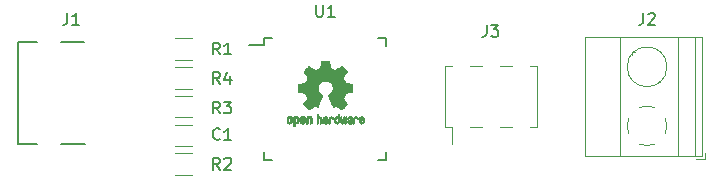
<source format=gto>
%TF.GenerationSoftware,KiCad,Pcbnew,5.1.9*%
%TF.CreationDate,2021-04-29T00:15:12+02:00*%
%TF.ProjectId,headphoneswitch,68656164-7068-46f6-9e65-737769746368,rev?*%
%TF.SameCoordinates,Original*%
%TF.FileFunction,Legend,Top*%
%TF.FilePolarity,Positive*%
%FSLAX46Y46*%
G04 Gerber Fmt 4.6, Leading zero omitted, Abs format (unit mm)*
G04 Created by KiCad (PCBNEW 5.1.9) date 2021-04-29 00:15:12*
%MOMM*%
%LPD*%
G01*
G04 APERTURE LIST*
%ADD10C,0.010000*%
%ADD11C,0.150000*%
%ADD12C,0.120000*%
G04 APERTURE END LIST*
D10*
%TO.C,REF\u002A\u002A*%
G36*
X132349744Y-63169918D02*
G01*
X132405201Y-63197568D01*
X132454148Y-63248480D01*
X132467629Y-63267338D01*
X132482314Y-63292015D01*
X132491842Y-63318816D01*
X132497293Y-63354587D01*
X132499747Y-63406169D01*
X132500286Y-63474267D01*
X132497852Y-63567588D01*
X132489394Y-63637657D01*
X132473174Y-63689931D01*
X132447454Y-63729869D01*
X132410497Y-63762929D01*
X132407782Y-63764886D01*
X132371360Y-63784908D01*
X132327502Y-63794815D01*
X132271724Y-63797257D01*
X132181048Y-63797257D01*
X132181010Y-63885283D01*
X132180166Y-63934308D01*
X132175024Y-63963065D01*
X132161587Y-63980311D01*
X132135858Y-63994808D01*
X132129679Y-63997769D01*
X132100764Y-64011648D01*
X132078376Y-64020414D01*
X132061729Y-64021171D01*
X132050036Y-64011023D01*
X132042510Y-63987073D01*
X132038366Y-63946426D01*
X132036815Y-63886186D01*
X132037071Y-63803455D01*
X132038349Y-63695339D01*
X132038748Y-63663000D01*
X132040185Y-63551524D01*
X132041472Y-63478603D01*
X132180971Y-63478603D01*
X132181755Y-63540499D01*
X132185240Y-63580997D01*
X132193124Y-63607708D01*
X132207105Y-63628244D01*
X132216597Y-63638260D01*
X132255404Y-63667567D01*
X132289763Y-63669952D01*
X132325216Y-63645750D01*
X132326114Y-63644857D01*
X132340539Y-63626153D01*
X132349313Y-63600732D01*
X132353739Y-63561584D01*
X132355118Y-63501697D01*
X132355143Y-63488430D01*
X132351812Y-63405901D01*
X132340969Y-63348691D01*
X132321340Y-63313766D01*
X132291650Y-63298094D01*
X132274491Y-63296514D01*
X132233766Y-63303926D01*
X132205832Y-63328330D01*
X132189017Y-63372980D01*
X132181650Y-63441130D01*
X132180971Y-63478603D01*
X132041472Y-63478603D01*
X132041708Y-63465245D01*
X132043677Y-63400333D01*
X132046450Y-63352958D01*
X132050388Y-63319290D01*
X132055849Y-63295498D01*
X132063192Y-63277753D01*
X132072777Y-63262224D01*
X132076887Y-63256381D01*
X132131405Y-63201185D01*
X132200336Y-63169890D01*
X132280072Y-63161165D01*
X132349744Y-63169918D01*
G37*
X132349744Y-63169918D02*
X132405201Y-63197568D01*
X132454148Y-63248480D01*
X132467629Y-63267338D01*
X132482314Y-63292015D01*
X132491842Y-63318816D01*
X132497293Y-63354587D01*
X132499747Y-63406169D01*
X132500286Y-63474267D01*
X132497852Y-63567588D01*
X132489394Y-63637657D01*
X132473174Y-63689931D01*
X132447454Y-63729869D01*
X132410497Y-63762929D01*
X132407782Y-63764886D01*
X132371360Y-63784908D01*
X132327502Y-63794815D01*
X132271724Y-63797257D01*
X132181048Y-63797257D01*
X132181010Y-63885283D01*
X132180166Y-63934308D01*
X132175024Y-63963065D01*
X132161587Y-63980311D01*
X132135858Y-63994808D01*
X132129679Y-63997769D01*
X132100764Y-64011648D01*
X132078376Y-64020414D01*
X132061729Y-64021171D01*
X132050036Y-64011023D01*
X132042510Y-63987073D01*
X132038366Y-63946426D01*
X132036815Y-63886186D01*
X132037071Y-63803455D01*
X132038349Y-63695339D01*
X132038748Y-63663000D01*
X132040185Y-63551524D01*
X132041472Y-63478603D01*
X132180971Y-63478603D01*
X132181755Y-63540499D01*
X132185240Y-63580997D01*
X132193124Y-63607708D01*
X132207105Y-63628244D01*
X132216597Y-63638260D01*
X132255404Y-63667567D01*
X132289763Y-63669952D01*
X132325216Y-63645750D01*
X132326114Y-63644857D01*
X132340539Y-63626153D01*
X132349313Y-63600732D01*
X132353739Y-63561584D01*
X132355118Y-63501697D01*
X132355143Y-63488430D01*
X132351812Y-63405901D01*
X132340969Y-63348691D01*
X132321340Y-63313766D01*
X132291650Y-63298094D01*
X132274491Y-63296514D01*
X132233766Y-63303926D01*
X132205832Y-63328330D01*
X132189017Y-63372980D01*
X132181650Y-63441130D01*
X132180971Y-63478603D01*
X132041472Y-63478603D01*
X132041708Y-63465245D01*
X132043677Y-63400333D01*
X132046450Y-63352958D01*
X132050388Y-63319290D01*
X132055849Y-63295498D01*
X132063192Y-63277753D01*
X132072777Y-63262224D01*
X132076887Y-63256381D01*
X132131405Y-63201185D01*
X132200336Y-63169890D01*
X132280072Y-63161165D01*
X132349744Y-63169918D01*
G36*
X133466093Y-63177780D02*
G01*
X133512672Y-63204723D01*
X133545057Y-63231466D01*
X133568742Y-63259484D01*
X133585059Y-63293748D01*
X133595339Y-63339227D01*
X133600914Y-63400892D01*
X133603116Y-63483711D01*
X133603371Y-63543246D01*
X133603371Y-63762391D01*
X133541686Y-63790044D01*
X133480000Y-63817697D01*
X133472743Y-63577670D01*
X133469744Y-63488028D01*
X133466598Y-63422962D01*
X133462701Y-63378026D01*
X133457447Y-63348770D01*
X133450231Y-63330748D01*
X133440450Y-63319511D01*
X133437312Y-63317079D01*
X133389761Y-63298083D01*
X133341697Y-63305600D01*
X133313086Y-63325543D01*
X133301447Y-63339675D01*
X133293391Y-63358220D01*
X133288271Y-63386334D01*
X133285441Y-63429173D01*
X133284256Y-63491895D01*
X133284057Y-63557261D01*
X133284018Y-63639268D01*
X133282614Y-63697316D01*
X133277914Y-63736465D01*
X133267987Y-63761780D01*
X133250903Y-63778323D01*
X133224732Y-63791156D01*
X133189775Y-63804491D01*
X133151596Y-63819007D01*
X133156141Y-63561389D01*
X133157971Y-63468519D01*
X133160112Y-63399889D01*
X133163181Y-63350711D01*
X133167794Y-63316198D01*
X133174568Y-63291562D01*
X133184119Y-63272016D01*
X133195634Y-63254770D01*
X133251190Y-63199680D01*
X133318980Y-63167822D01*
X133392713Y-63160191D01*
X133466093Y-63177780D01*
G37*
X133466093Y-63177780D02*
X133512672Y-63204723D01*
X133545057Y-63231466D01*
X133568742Y-63259484D01*
X133585059Y-63293748D01*
X133595339Y-63339227D01*
X133600914Y-63400892D01*
X133603116Y-63483711D01*
X133603371Y-63543246D01*
X133603371Y-63762391D01*
X133541686Y-63790044D01*
X133480000Y-63817697D01*
X133472743Y-63577670D01*
X133469744Y-63488028D01*
X133466598Y-63422962D01*
X133462701Y-63378026D01*
X133457447Y-63348770D01*
X133450231Y-63330748D01*
X133440450Y-63319511D01*
X133437312Y-63317079D01*
X133389761Y-63298083D01*
X133341697Y-63305600D01*
X133313086Y-63325543D01*
X133301447Y-63339675D01*
X133293391Y-63358220D01*
X133288271Y-63386334D01*
X133285441Y-63429173D01*
X133284256Y-63491895D01*
X133284057Y-63557261D01*
X133284018Y-63639268D01*
X133282614Y-63697316D01*
X133277914Y-63736465D01*
X133267987Y-63761780D01*
X133250903Y-63778323D01*
X133224732Y-63791156D01*
X133189775Y-63804491D01*
X133151596Y-63819007D01*
X133156141Y-63561389D01*
X133157971Y-63468519D01*
X133160112Y-63399889D01*
X133163181Y-63350711D01*
X133167794Y-63316198D01*
X133174568Y-63291562D01*
X133184119Y-63272016D01*
X133195634Y-63254770D01*
X133251190Y-63199680D01*
X133318980Y-63167822D01*
X133392713Y-63160191D01*
X133466093Y-63177780D01*
G36*
X131791115Y-63171962D02*
G01*
X131859145Y-63207733D01*
X131909351Y-63265301D01*
X131927185Y-63302312D01*
X131941063Y-63357882D01*
X131948167Y-63428096D01*
X131948840Y-63504727D01*
X131943427Y-63579552D01*
X131932270Y-63644342D01*
X131915714Y-63690873D01*
X131910626Y-63698887D01*
X131850355Y-63758707D01*
X131778769Y-63794535D01*
X131701092Y-63805020D01*
X131622548Y-63788810D01*
X131600689Y-63779092D01*
X131558122Y-63749143D01*
X131520763Y-63709433D01*
X131517232Y-63704397D01*
X131502881Y-63680124D01*
X131493394Y-63654178D01*
X131487790Y-63620022D01*
X131485086Y-63571119D01*
X131484299Y-63500935D01*
X131484286Y-63485200D01*
X131484322Y-63480192D01*
X131629429Y-63480192D01*
X131630273Y-63546430D01*
X131633596Y-63590386D01*
X131640583Y-63618779D01*
X131652416Y-63638325D01*
X131658457Y-63644857D01*
X131693186Y-63669680D01*
X131726903Y-63668548D01*
X131760995Y-63647016D01*
X131781329Y-63624029D01*
X131793371Y-63590478D01*
X131800134Y-63537569D01*
X131800598Y-63531399D01*
X131801752Y-63435513D01*
X131789688Y-63364299D01*
X131764570Y-63318194D01*
X131726560Y-63297635D01*
X131712992Y-63296514D01*
X131677364Y-63302152D01*
X131652994Y-63321686D01*
X131638093Y-63359042D01*
X131630875Y-63418150D01*
X131629429Y-63480192D01*
X131484322Y-63480192D01*
X131484826Y-63410413D01*
X131487096Y-63358159D01*
X131492068Y-63321949D01*
X131500713Y-63295299D01*
X131514005Y-63271722D01*
X131516943Y-63267338D01*
X131566313Y-63208249D01*
X131620109Y-63173947D01*
X131685602Y-63160331D01*
X131707842Y-63159665D01*
X131791115Y-63171962D01*
G37*
X131791115Y-63171962D02*
X131859145Y-63207733D01*
X131909351Y-63265301D01*
X131927185Y-63302312D01*
X131941063Y-63357882D01*
X131948167Y-63428096D01*
X131948840Y-63504727D01*
X131943427Y-63579552D01*
X131932270Y-63644342D01*
X131915714Y-63690873D01*
X131910626Y-63698887D01*
X131850355Y-63758707D01*
X131778769Y-63794535D01*
X131701092Y-63805020D01*
X131622548Y-63788810D01*
X131600689Y-63779092D01*
X131558122Y-63749143D01*
X131520763Y-63709433D01*
X131517232Y-63704397D01*
X131502881Y-63680124D01*
X131493394Y-63654178D01*
X131487790Y-63620022D01*
X131485086Y-63571119D01*
X131484299Y-63500935D01*
X131484286Y-63485200D01*
X131484322Y-63480192D01*
X131629429Y-63480192D01*
X131630273Y-63546430D01*
X131633596Y-63590386D01*
X131640583Y-63618779D01*
X131652416Y-63638325D01*
X131658457Y-63644857D01*
X131693186Y-63669680D01*
X131726903Y-63668548D01*
X131760995Y-63647016D01*
X131781329Y-63624029D01*
X131793371Y-63590478D01*
X131800134Y-63537569D01*
X131800598Y-63531399D01*
X131801752Y-63435513D01*
X131789688Y-63364299D01*
X131764570Y-63318194D01*
X131726560Y-63297635D01*
X131712992Y-63296514D01*
X131677364Y-63302152D01*
X131652994Y-63321686D01*
X131638093Y-63359042D01*
X131630875Y-63418150D01*
X131629429Y-63480192D01*
X131484322Y-63480192D01*
X131484826Y-63410413D01*
X131487096Y-63358159D01*
X131492068Y-63321949D01*
X131500713Y-63295299D01*
X131514005Y-63271722D01*
X131516943Y-63267338D01*
X131566313Y-63208249D01*
X131620109Y-63173947D01*
X131685602Y-63160331D01*
X131707842Y-63159665D01*
X131791115Y-63171962D01*
G36*
X132918303Y-63181239D02*
G01*
X132975527Y-63219735D01*
X133019749Y-63275335D01*
X133046167Y-63346086D01*
X133051510Y-63398162D01*
X133050903Y-63419893D01*
X133045822Y-63436531D01*
X133031855Y-63451437D01*
X133004589Y-63467973D01*
X132959612Y-63489498D01*
X132892511Y-63519374D01*
X132892171Y-63519524D01*
X132830407Y-63547813D01*
X132779759Y-63572933D01*
X132745404Y-63592179D01*
X132732518Y-63602848D01*
X132732514Y-63602934D01*
X132743872Y-63626166D01*
X132770431Y-63651774D01*
X132800923Y-63670221D01*
X132816370Y-63673886D01*
X132858515Y-63661212D01*
X132894808Y-63629471D01*
X132912517Y-63594572D01*
X132929552Y-63568845D01*
X132962922Y-63539546D01*
X133002149Y-63514235D01*
X133036756Y-63500471D01*
X133043993Y-63499714D01*
X133052139Y-63512160D01*
X133052630Y-63543972D01*
X133046643Y-63586866D01*
X133035357Y-63632558D01*
X133019950Y-63672761D01*
X133019171Y-63674322D01*
X132972804Y-63739062D01*
X132912711Y-63783097D01*
X132844465Y-63804711D01*
X132773638Y-63802185D01*
X132705804Y-63773804D01*
X132702788Y-63771808D01*
X132649427Y-63723448D01*
X132614340Y-63660352D01*
X132594922Y-63577387D01*
X132592316Y-63554078D01*
X132587701Y-63444055D01*
X132593233Y-63392748D01*
X132732514Y-63392748D01*
X132734324Y-63424753D01*
X132744222Y-63434093D01*
X132768898Y-63427105D01*
X132807795Y-63410587D01*
X132851275Y-63389881D01*
X132852356Y-63389333D01*
X132889209Y-63369949D01*
X132904000Y-63357013D01*
X132900353Y-63343451D01*
X132884995Y-63325632D01*
X132845923Y-63299845D01*
X132803846Y-63297950D01*
X132766103Y-63316717D01*
X132740034Y-63352915D01*
X132732514Y-63392748D01*
X132593233Y-63392748D01*
X132597194Y-63356027D01*
X132621550Y-63286212D01*
X132655456Y-63237302D01*
X132716653Y-63187878D01*
X132784063Y-63163359D01*
X132852880Y-63161797D01*
X132918303Y-63181239D01*
G37*
X132918303Y-63181239D02*
X132975527Y-63219735D01*
X133019749Y-63275335D01*
X133046167Y-63346086D01*
X133051510Y-63398162D01*
X133050903Y-63419893D01*
X133045822Y-63436531D01*
X133031855Y-63451437D01*
X133004589Y-63467973D01*
X132959612Y-63489498D01*
X132892511Y-63519374D01*
X132892171Y-63519524D01*
X132830407Y-63547813D01*
X132779759Y-63572933D01*
X132745404Y-63592179D01*
X132732518Y-63602848D01*
X132732514Y-63602934D01*
X132743872Y-63626166D01*
X132770431Y-63651774D01*
X132800923Y-63670221D01*
X132816370Y-63673886D01*
X132858515Y-63661212D01*
X132894808Y-63629471D01*
X132912517Y-63594572D01*
X132929552Y-63568845D01*
X132962922Y-63539546D01*
X133002149Y-63514235D01*
X133036756Y-63500471D01*
X133043993Y-63499714D01*
X133052139Y-63512160D01*
X133052630Y-63543972D01*
X133046643Y-63586866D01*
X133035357Y-63632558D01*
X133019950Y-63672761D01*
X133019171Y-63674322D01*
X132972804Y-63739062D01*
X132912711Y-63783097D01*
X132844465Y-63804711D01*
X132773638Y-63802185D01*
X132705804Y-63773804D01*
X132702788Y-63771808D01*
X132649427Y-63723448D01*
X132614340Y-63660352D01*
X132594922Y-63577387D01*
X132592316Y-63554078D01*
X132587701Y-63444055D01*
X132593233Y-63392748D01*
X132732514Y-63392748D01*
X132734324Y-63424753D01*
X132744222Y-63434093D01*
X132768898Y-63427105D01*
X132807795Y-63410587D01*
X132851275Y-63389881D01*
X132852356Y-63389333D01*
X132889209Y-63369949D01*
X132904000Y-63357013D01*
X132900353Y-63343451D01*
X132884995Y-63325632D01*
X132845923Y-63299845D01*
X132803846Y-63297950D01*
X132766103Y-63316717D01*
X132740034Y-63352915D01*
X132732514Y-63392748D01*
X132593233Y-63392748D01*
X132597194Y-63356027D01*
X132621550Y-63286212D01*
X132655456Y-63237302D01*
X132716653Y-63187878D01*
X132784063Y-63163359D01*
X132852880Y-63161797D01*
X132918303Y-63181239D01*
G36*
X134125886Y-63101289D02*
G01*
X134130139Y-63160613D01*
X134135025Y-63195572D01*
X134141795Y-63210820D01*
X134151702Y-63211015D01*
X134154914Y-63209195D01*
X134197644Y-63196015D01*
X134253227Y-63196785D01*
X134309737Y-63210333D01*
X134345082Y-63227861D01*
X134381321Y-63255861D01*
X134407813Y-63287549D01*
X134425999Y-63327813D01*
X134437322Y-63381543D01*
X134443222Y-63453626D01*
X134445143Y-63548951D01*
X134445177Y-63567237D01*
X134445200Y-63772646D01*
X134399491Y-63788580D01*
X134367027Y-63799420D01*
X134349215Y-63804468D01*
X134348691Y-63804514D01*
X134346937Y-63790828D01*
X134345444Y-63753076D01*
X134344326Y-63696224D01*
X134343697Y-63625234D01*
X134343600Y-63582073D01*
X134343398Y-63496973D01*
X134342358Y-63435981D01*
X134339831Y-63394177D01*
X134335164Y-63366642D01*
X134327707Y-63348456D01*
X134316811Y-63334698D01*
X134310007Y-63328073D01*
X134263272Y-63301375D01*
X134212272Y-63299375D01*
X134166001Y-63321955D01*
X134157444Y-63330107D01*
X134144893Y-63345436D01*
X134136188Y-63363618D01*
X134130631Y-63389909D01*
X134127526Y-63429562D01*
X134126176Y-63487832D01*
X134125886Y-63568173D01*
X134125886Y-63772646D01*
X134080177Y-63788580D01*
X134047713Y-63799420D01*
X134029901Y-63804468D01*
X134029377Y-63804514D01*
X134028037Y-63790623D01*
X134026828Y-63751439D01*
X134025801Y-63690700D01*
X134025002Y-63612141D01*
X134024481Y-63519498D01*
X134024286Y-63416509D01*
X134024286Y-63019342D01*
X134071457Y-62999444D01*
X134118629Y-62979547D01*
X134125886Y-63101289D01*
G37*
X134125886Y-63101289D02*
X134130139Y-63160613D01*
X134135025Y-63195572D01*
X134141795Y-63210820D01*
X134151702Y-63211015D01*
X134154914Y-63209195D01*
X134197644Y-63196015D01*
X134253227Y-63196785D01*
X134309737Y-63210333D01*
X134345082Y-63227861D01*
X134381321Y-63255861D01*
X134407813Y-63287549D01*
X134425999Y-63327813D01*
X134437322Y-63381543D01*
X134443222Y-63453626D01*
X134445143Y-63548951D01*
X134445177Y-63567237D01*
X134445200Y-63772646D01*
X134399491Y-63788580D01*
X134367027Y-63799420D01*
X134349215Y-63804468D01*
X134348691Y-63804514D01*
X134346937Y-63790828D01*
X134345444Y-63753076D01*
X134344326Y-63696224D01*
X134343697Y-63625234D01*
X134343600Y-63582073D01*
X134343398Y-63496973D01*
X134342358Y-63435981D01*
X134339831Y-63394177D01*
X134335164Y-63366642D01*
X134327707Y-63348456D01*
X134316811Y-63334698D01*
X134310007Y-63328073D01*
X134263272Y-63301375D01*
X134212272Y-63299375D01*
X134166001Y-63321955D01*
X134157444Y-63330107D01*
X134144893Y-63345436D01*
X134136188Y-63363618D01*
X134130631Y-63389909D01*
X134127526Y-63429562D01*
X134126176Y-63487832D01*
X134125886Y-63568173D01*
X134125886Y-63772646D01*
X134080177Y-63788580D01*
X134047713Y-63799420D01*
X134029901Y-63804468D01*
X134029377Y-63804514D01*
X134028037Y-63790623D01*
X134026828Y-63751439D01*
X134025801Y-63690700D01*
X134025002Y-63612141D01*
X134024481Y-63519498D01*
X134024286Y-63416509D01*
X134024286Y-63019342D01*
X134071457Y-62999444D01*
X134118629Y-62979547D01*
X134125886Y-63101289D01*
G36*
X134789744Y-63200968D02*
G01*
X134846616Y-63222087D01*
X134847267Y-63222493D01*
X134882440Y-63248380D01*
X134908407Y-63278633D01*
X134926670Y-63318058D01*
X134938732Y-63371462D01*
X134946096Y-63443651D01*
X134950264Y-63539432D01*
X134950629Y-63553078D01*
X134955876Y-63758842D01*
X134911716Y-63781678D01*
X134879763Y-63797110D01*
X134860470Y-63804423D01*
X134859578Y-63804514D01*
X134856239Y-63791022D01*
X134853587Y-63754626D01*
X134851956Y-63701452D01*
X134851600Y-63658393D01*
X134851592Y-63588641D01*
X134848403Y-63544837D01*
X134837288Y-63523944D01*
X134813501Y-63522925D01*
X134772296Y-63538741D01*
X134710086Y-63567815D01*
X134664341Y-63591963D01*
X134640813Y-63612913D01*
X134633896Y-63635747D01*
X134633886Y-63636877D01*
X134645299Y-63676212D01*
X134679092Y-63697462D01*
X134730809Y-63700539D01*
X134768061Y-63700006D01*
X134787703Y-63710735D01*
X134799952Y-63736505D01*
X134807002Y-63769337D01*
X134796842Y-63787966D01*
X134793017Y-63790632D01*
X134757001Y-63801340D01*
X134706566Y-63802856D01*
X134654626Y-63795759D01*
X134617822Y-63782788D01*
X134566938Y-63739585D01*
X134538014Y-63679446D01*
X134532286Y-63632462D01*
X134536657Y-63590082D01*
X134552475Y-63555488D01*
X134583797Y-63524763D01*
X134634678Y-63493990D01*
X134709176Y-63459252D01*
X134713714Y-63457288D01*
X134780821Y-63426287D01*
X134822232Y-63400862D01*
X134839981Y-63378014D01*
X134836107Y-63354745D01*
X134812643Y-63328056D01*
X134805627Y-63321914D01*
X134758630Y-63298100D01*
X134709933Y-63299103D01*
X134667522Y-63322451D01*
X134639384Y-63365675D01*
X134636769Y-63374160D01*
X134611308Y-63415308D01*
X134579001Y-63435128D01*
X134532286Y-63454770D01*
X134532286Y-63403950D01*
X134546496Y-63330082D01*
X134588675Y-63262327D01*
X134610624Y-63239661D01*
X134660517Y-63210569D01*
X134723967Y-63197400D01*
X134789744Y-63200968D01*
G37*
X134789744Y-63200968D02*
X134846616Y-63222087D01*
X134847267Y-63222493D01*
X134882440Y-63248380D01*
X134908407Y-63278633D01*
X134926670Y-63318058D01*
X134938732Y-63371462D01*
X134946096Y-63443651D01*
X134950264Y-63539432D01*
X134950629Y-63553078D01*
X134955876Y-63758842D01*
X134911716Y-63781678D01*
X134879763Y-63797110D01*
X134860470Y-63804423D01*
X134859578Y-63804514D01*
X134856239Y-63791022D01*
X134853587Y-63754626D01*
X134851956Y-63701452D01*
X134851600Y-63658393D01*
X134851592Y-63588641D01*
X134848403Y-63544837D01*
X134837288Y-63523944D01*
X134813501Y-63522925D01*
X134772296Y-63538741D01*
X134710086Y-63567815D01*
X134664341Y-63591963D01*
X134640813Y-63612913D01*
X134633896Y-63635747D01*
X134633886Y-63636877D01*
X134645299Y-63676212D01*
X134679092Y-63697462D01*
X134730809Y-63700539D01*
X134768061Y-63700006D01*
X134787703Y-63710735D01*
X134799952Y-63736505D01*
X134807002Y-63769337D01*
X134796842Y-63787966D01*
X134793017Y-63790632D01*
X134757001Y-63801340D01*
X134706566Y-63802856D01*
X134654626Y-63795759D01*
X134617822Y-63782788D01*
X134566938Y-63739585D01*
X134538014Y-63679446D01*
X134532286Y-63632462D01*
X134536657Y-63590082D01*
X134552475Y-63555488D01*
X134583797Y-63524763D01*
X134634678Y-63493990D01*
X134709176Y-63459252D01*
X134713714Y-63457288D01*
X134780821Y-63426287D01*
X134822232Y-63400862D01*
X134839981Y-63378014D01*
X134836107Y-63354745D01*
X134812643Y-63328056D01*
X134805627Y-63321914D01*
X134758630Y-63298100D01*
X134709933Y-63299103D01*
X134667522Y-63322451D01*
X134639384Y-63365675D01*
X134636769Y-63374160D01*
X134611308Y-63415308D01*
X134579001Y-63435128D01*
X134532286Y-63454770D01*
X134532286Y-63403950D01*
X134546496Y-63330082D01*
X134588675Y-63262327D01*
X134610624Y-63239661D01*
X134660517Y-63210569D01*
X134723967Y-63197400D01*
X134789744Y-63200968D01*
G36*
X135279926Y-63199755D02*
G01*
X135345858Y-63224084D01*
X135399273Y-63267117D01*
X135420164Y-63297409D01*
X135442939Y-63352994D01*
X135442466Y-63393186D01*
X135418562Y-63420217D01*
X135409717Y-63424813D01*
X135371530Y-63439144D01*
X135352028Y-63435472D01*
X135345422Y-63411407D01*
X135345086Y-63398114D01*
X135332992Y-63349210D01*
X135301471Y-63314999D01*
X135257659Y-63298476D01*
X135208695Y-63302634D01*
X135168894Y-63324227D01*
X135155450Y-63336544D01*
X135145921Y-63351487D01*
X135139485Y-63374075D01*
X135135317Y-63409328D01*
X135132597Y-63462266D01*
X135130502Y-63537907D01*
X135129960Y-63561857D01*
X135127981Y-63643790D01*
X135125731Y-63701455D01*
X135122357Y-63739608D01*
X135117006Y-63763004D01*
X135108824Y-63776398D01*
X135096959Y-63784545D01*
X135089362Y-63788144D01*
X135057102Y-63800452D01*
X135038111Y-63804514D01*
X135031836Y-63790948D01*
X135028006Y-63749934D01*
X135026600Y-63680999D01*
X135027598Y-63583669D01*
X135027908Y-63568657D01*
X135030101Y-63479859D01*
X135032693Y-63415019D01*
X135036382Y-63369067D01*
X135041864Y-63336935D01*
X135049835Y-63313553D01*
X135060993Y-63293852D01*
X135066830Y-63285410D01*
X135100296Y-63248057D01*
X135137727Y-63219003D01*
X135142309Y-63216467D01*
X135209426Y-63196443D01*
X135279926Y-63199755D01*
G37*
X135279926Y-63199755D02*
X135345858Y-63224084D01*
X135399273Y-63267117D01*
X135420164Y-63297409D01*
X135442939Y-63352994D01*
X135442466Y-63393186D01*
X135418562Y-63420217D01*
X135409717Y-63424813D01*
X135371530Y-63439144D01*
X135352028Y-63435472D01*
X135345422Y-63411407D01*
X135345086Y-63398114D01*
X135332992Y-63349210D01*
X135301471Y-63314999D01*
X135257659Y-63298476D01*
X135208695Y-63302634D01*
X135168894Y-63324227D01*
X135155450Y-63336544D01*
X135145921Y-63351487D01*
X135139485Y-63374075D01*
X135135317Y-63409328D01*
X135132597Y-63462266D01*
X135130502Y-63537907D01*
X135129960Y-63561857D01*
X135127981Y-63643790D01*
X135125731Y-63701455D01*
X135122357Y-63739608D01*
X135117006Y-63763004D01*
X135108824Y-63776398D01*
X135096959Y-63784545D01*
X135089362Y-63788144D01*
X135057102Y-63800452D01*
X135038111Y-63804514D01*
X135031836Y-63790948D01*
X135028006Y-63749934D01*
X135026600Y-63680999D01*
X135027598Y-63583669D01*
X135027908Y-63568657D01*
X135030101Y-63479859D01*
X135032693Y-63415019D01*
X135036382Y-63369067D01*
X135041864Y-63336935D01*
X135049835Y-63313553D01*
X135060993Y-63293852D01*
X135066830Y-63285410D01*
X135100296Y-63248057D01*
X135137727Y-63219003D01*
X135142309Y-63216467D01*
X135209426Y-63196443D01*
X135279926Y-63199755D01*
G36*
X135940117Y-63315358D02*
G01*
X135939933Y-63423837D01*
X135939219Y-63507287D01*
X135937675Y-63569704D01*
X135935001Y-63615085D01*
X135930894Y-63647429D01*
X135925055Y-63670733D01*
X135917182Y-63688995D01*
X135911221Y-63699418D01*
X135861855Y-63755945D01*
X135799264Y-63791377D01*
X135730013Y-63804090D01*
X135660668Y-63792463D01*
X135619375Y-63771568D01*
X135576025Y-63735422D01*
X135546481Y-63691276D01*
X135528655Y-63633462D01*
X135520463Y-63556313D01*
X135519302Y-63499714D01*
X135519458Y-63495647D01*
X135620857Y-63495647D01*
X135621476Y-63560550D01*
X135624314Y-63603514D01*
X135630840Y-63631622D01*
X135642523Y-63651953D01*
X135656483Y-63667288D01*
X135703365Y-63696890D01*
X135753701Y-63699419D01*
X135801276Y-63674705D01*
X135804979Y-63671356D01*
X135820783Y-63653935D01*
X135830693Y-63633209D01*
X135836058Y-63602362D01*
X135838228Y-63554577D01*
X135838571Y-63501748D01*
X135837827Y-63435381D01*
X135834748Y-63391106D01*
X135828061Y-63362009D01*
X135816496Y-63341173D01*
X135807013Y-63330107D01*
X135762960Y-63302198D01*
X135712224Y-63298843D01*
X135663796Y-63320159D01*
X135654450Y-63328073D01*
X135638540Y-63345647D01*
X135628610Y-63366587D01*
X135623278Y-63397782D01*
X135621163Y-63446122D01*
X135620857Y-63495647D01*
X135519458Y-63495647D01*
X135522810Y-63408568D01*
X135534726Y-63340086D01*
X135557135Y-63288600D01*
X135592124Y-63248443D01*
X135619375Y-63227861D01*
X135668907Y-63205625D01*
X135726316Y-63195304D01*
X135779682Y-63198067D01*
X135809543Y-63209212D01*
X135821261Y-63212383D01*
X135829037Y-63200557D01*
X135834465Y-63168866D01*
X135838571Y-63120593D01*
X135843067Y-63066829D01*
X135849313Y-63034482D01*
X135860676Y-63015985D01*
X135880528Y-63003770D01*
X135893000Y-62998362D01*
X135940171Y-62978601D01*
X135940117Y-63315358D01*
G37*
X135940117Y-63315358D02*
X135939933Y-63423837D01*
X135939219Y-63507287D01*
X135937675Y-63569704D01*
X135935001Y-63615085D01*
X135930894Y-63647429D01*
X135925055Y-63670733D01*
X135917182Y-63688995D01*
X135911221Y-63699418D01*
X135861855Y-63755945D01*
X135799264Y-63791377D01*
X135730013Y-63804090D01*
X135660668Y-63792463D01*
X135619375Y-63771568D01*
X135576025Y-63735422D01*
X135546481Y-63691276D01*
X135528655Y-63633462D01*
X135520463Y-63556313D01*
X135519302Y-63499714D01*
X135519458Y-63495647D01*
X135620857Y-63495647D01*
X135621476Y-63560550D01*
X135624314Y-63603514D01*
X135630840Y-63631622D01*
X135642523Y-63651953D01*
X135656483Y-63667288D01*
X135703365Y-63696890D01*
X135753701Y-63699419D01*
X135801276Y-63674705D01*
X135804979Y-63671356D01*
X135820783Y-63653935D01*
X135830693Y-63633209D01*
X135836058Y-63602362D01*
X135838228Y-63554577D01*
X135838571Y-63501748D01*
X135837827Y-63435381D01*
X135834748Y-63391106D01*
X135828061Y-63362009D01*
X135816496Y-63341173D01*
X135807013Y-63330107D01*
X135762960Y-63302198D01*
X135712224Y-63298843D01*
X135663796Y-63320159D01*
X135654450Y-63328073D01*
X135638540Y-63345647D01*
X135628610Y-63366587D01*
X135623278Y-63397782D01*
X135621163Y-63446122D01*
X135620857Y-63495647D01*
X135519458Y-63495647D01*
X135522810Y-63408568D01*
X135534726Y-63340086D01*
X135557135Y-63288600D01*
X135592124Y-63248443D01*
X135619375Y-63227861D01*
X135668907Y-63205625D01*
X135726316Y-63195304D01*
X135779682Y-63198067D01*
X135809543Y-63209212D01*
X135821261Y-63212383D01*
X135829037Y-63200557D01*
X135834465Y-63168866D01*
X135838571Y-63120593D01*
X135843067Y-63066829D01*
X135849313Y-63034482D01*
X135860676Y-63015985D01*
X135880528Y-63003770D01*
X135893000Y-62998362D01*
X135940171Y-62978601D01*
X135940117Y-63315358D01*
G36*
X136529833Y-63208663D02*
G01*
X136532048Y-63246850D01*
X136533784Y-63304886D01*
X136534899Y-63378180D01*
X136535257Y-63455055D01*
X136535257Y-63715196D01*
X136489326Y-63761127D01*
X136457675Y-63789429D01*
X136429890Y-63800893D01*
X136391915Y-63800168D01*
X136376840Y-63798321D01*
X136329726Y-63792948D01*
X136290756Y-63789869D01*
X136281257Y-63789585D01*
X136249233Y-63791445D01*
X136203432Y-63796114D01*
X136185674Y-63798321D01*
X136142057Y-63801735D01*
X136112745Y-63794320D01*
X136083680Y-63771427D01*
X136073188Y-63761127D01*
X136027257Y-63715196D01*
X136027257Y-63228602D01*
X136064226Y-63211758D01*
X136096059Y-63199282D01*
X136114683Y-63194914D01*
X136119458Y-63208718D01*
X136123921Y-63247286D01*
X136127775Y-63306356D01*
X136130722Y-63381663D01*
X136132143Y-63445286D01*
X136136114Y-63695657D01*
X136170759Y-63700556D01*
X136202268Y-63697131D01*
X136217708Y-63686041D01*
X136222023Y-63665308D01*
X136225708Y-63621145D01*
X136228469Y-63559146D01*
X136230012Y-63484909D01*
X136230235Y-63446706D01*
X136230457Y-63226783D01*
X136276166Y-63210849D01*
X136308518Y-63200015D01*
X136326115Y-63194962D01*
X136326623Y-63194914D01*
X136328388Y-63208648D01*
X136330329Y-63246730D01*
X136332282Y-63304482D01*
X136334084Y-63377227D01*
X136335343Y-63445286D01*
X136339314Y-63695657D01*
X136426400Y-63695657D01*
X136430396Y-63467240D01*
X136434392Y-63238822D01*
X136476847Y-63216868D01*
X136508192Y-63201793D01*
X136526744Y-63194951D01*
X136527279Y-63194914D01*
X136529833Y-63208663D01*
G37*
X136529833Y-63208663D02*
X136532048Y-63246850D01*
X136533784Y-63304886D01*
X136534899Y-63378180D01*
X136535257Y-63455055D01*
X136535257Y-63715196D01*
X136489326Y-63761127D01*
X136457675Y-63789429D01*
X136429890Y-63800893D01*
X136391915Y-63800168D01*
X136376840Y-63798321D01*
X136329726Y-63792948D01*
X136290756Y-63789869D01*
X136281257Y-63789585D01*
X136249233Y-63791445D01*
X136203432Y-63796114D01*
X136185674Y-63798321D01*
X136142057Y-63801735D01*
X136112745Y-63794320D01*
X136083680Y-63771427D01*
X136073188Y-63761127D01*
X136027257Y-63715196D01*
X136027257Y-63228602D01*
X136064226Y-63211758D01*
X136096059Y-63199282D01*
X136114683Y-63194914D01*
X136119458Y-63208718D01*
X136123921Y-63247286D01*
X136127775Y-63306356D01*
X136130722Y-63381663D01*
X136132143Y-63445286D01*
X136136114Y-63695657D01*
X136170759Y-63700556D01*
X136202268Y-63697131D01*
X136217708Y-63686041D01*
X136222023Y-63665308D01*
X136225708Y-63621145D01*
X136228469Y-63559146D01*
X136230012Y-63484909D01*
X136230235Y-63446706D01*
X136230457Y-63226783D01*
X136276166Y-63210849D01*
X136308518Y-63200015D01*
X136326115Y-63194962D01*
X136326623Y-63194914D01*
X136328388Y-63208648D01*
X136330329Y-63246730D01*
X136332282Y-63304482D01*
X136334084Y-63377227D01*
X136335343Y-63445286D01*
X136339314Y-63695657D01*
X136426400Y-63695657D01*
X136430396Y-63467240D01*
X136434392Y-63238822D01*
X136476847Y-63216868D01*
X136508192Y-63201793D01*
X136526744Y-63194951D01*
X136527279Y-63194914D01*
X136529833Y-63208663D01*
G36*
X136894876Y-63206335D02*
G01*
X136936667Y-63225344D01*
X136969469Y-63248378D01*
X136993503Y-63274133D01*
X137010097Y-63307358D01*
X137020577Y-63352800D01*
X137026271Y-63415207D01*
X137028507Y-63499327D01*
X137028743Y-63554721D01*
X137028743Y-63770826D01*
X136991774Y-63787670D01*
X136962656Y-63799981D01*
X136948231Y-63804514D01*
X136945472Y-63791025D01*
X136943282Y-63754653D01*
X136941942Y-63701542D01*
X136941657Y-63659372D01*
X136940434Y-63598447D01*
X136937136Y-63550115D01*
X136932321Y-63520518D01*
X136928496Y-63514229D01*
X136902783Y-63520652D01*
X136862418Y-63537125D01*
X136815679Y-63559458D01*
X136770845Y-63583457D01*
X136736193Y-63604930D01*
X136720002Y-63619685D01*
X136719938Y-63619845D01*
X136721330Y-63647152D01*
X136733818Y-63673219D01*
X136755743Y-63694392D01*
X136787743Y-63701474D01*
X136815092Y-63700649D01*
X136853826Y-63700042D01*
X136874158Y-63709116D01*
X136886369Y-63733092D01*
X136887909Y-63737613D01*
X136893203Y-63771806D01*
X136879047Y-63792568D01*
X136842148Y-63802462D01*
X136802289Y-63804292D01*
X136730562Y-63790727D01*
X136693432Y-63771355D01*
X136647576Y-63725845D01*
X136623256Y-63669983D01*
X136621073Y-63610957D01*
X136641629Y-63555953D01*
X136672549Y-63521486D01*
X136703420Y-63502189D01*
X136751942Y-63477759D01*
X136808485Y-63452985D01*
X136817910Y-63449199D01*
X136880019Y-63421791D01*
X136915822Y-63397634D01*
X136927337Y-63373619D01*
X136916580Y-63346635D01*
X136898114Y-63325543D01*
X136854469Y-63299572D01*
X136806446Y-63297624D01*
X136762406Y-63317637D01*
X136730709Y-63357551D01*
X136726549Y-63367848D01*
X136702327Y-63405724D01*
X136666965Y-63433842D01*
X136622343Y-63456917D01*
X136622343Y-63391485D01*
X136624969Y-63351506D01*
X136636230Y-63319997D01*
X136661199Y-63286378D01*
X136685169Y-63260484D01*
X136722441Y-63223817D01*
X136751401Y-63204121D01*
X136782505Y-63196220D01*
X136817713Y-63194914D01*
X136894876Y-63206335D01*
G37*
X136894876Y-63206335D02*
X136936667Y-63225344D01*
X136969469Y-63248378D01*
X136993503Y-63274133D01*
X137010097Y-63307358D01*
X137020577Y-63352800D01*
X137026271Y-63415207D01*
X137028507Y-63499327D01*
X137028743Y-63554721D01*
X137028743Y-63770826D01*
X136991774Y-63787670D01*
X136962656Y-63799981D01*
X136948231Y-63804514D01*
X136945472Y-63791025D01*
X136943282Y-63754653D01*
X136941942Y-63701542D01*
X136941657Y-63659372D01*
X136940434Y-63598447D01*
X136937136Y-63550115D01*
X136932321Y-63520518D01*
X136928496Y-63514229D01*
X136902783Y-63520652D01*
X136862418Y-63537125D01*
X136815679Y-63559458D01*
X136770845Y-63583457D01*
X136736193Y-63604930D01*
X136720002Y-63619685D01*
X136719938Y-63619845D01*
X136721330Y-63647152D01*
X136733818Y-63673219D01*
X136755743Y-63694392D01*
X136787743Y-63701474D01*
X136815092Y-63700649D01*
X136853826Y-63700042D01*
X136874158Y-63709116D01*
X136886369Y-63733092D01*
X136887909Y-63737613D01*
X136893203Y-63771806D01*
X136879047Y-63792568D01*
X136842148Y-63802462D01*
X136802289Y-63804292D01*
X136730562Y-63790727D01*
X136693432Y-63771355D01*
X136647576Y-63725845D01*
X136623256Y-63669983D01*
X136621073Y-63610957D01*
X136641629Y-63555953D01*
X136672549Y-63521486D01*
X136703420Y-63502189D01*
X136751942Y-63477759D01*
X136808485Y-63452985D01*
X136817910Y-63449199D01*
X136880019Y-63421791D01*
X136915822Y-63397634D01*
X136927337Y-63373619D01*
X136916580Y-63346635D01*
X136898114Y-63325543D01*
X136854469Y-63299572D01*
X136806446Y-63297624D01*
X136762406Y-63317637D01*
X136730709Y-63357551D01*
X136726549Y-63367848D01*
X136702327Y-63405724D01*
X136666965Y-63433842D01*
X136622343Y-63456917D01*
X136622343Y-63391485D01*
X136624969Y-63351506D01*
X136636230Y-63319997D01*
X136661199Y-63286378D01*
X136685169Y-63260484D01*
X136722441Y-63223817D01*
X136751401Y-63204121D01*
X136782505Y-63196220D01*
X136817713Y-63194914D01*
X136894876Y-63206335D01*
G36*
X137402600Y-63208752D02*
G01*
X137419948Y-63216334D01*
X137461356Y-63249128D01*
X137496765Y-63296547D01*
X137518664Y-63347151D01*
X137522229Y-63372098D01*
X137510279Y-63406927D01*
X137484067Y-63425357D01*
X137455964Y-63436516D01*
X137443095Y-63438572D01*
X137436829Y-63423649D01*
X137424456Y-63391175D01*
X137419028Y-63376502D01*
X137388590Y-63325744D01*
X137344520Y-63300427D01*
X137288010Y-63301206D01*
X137283825Y-63302203D01*
X137253655Y-63316507D01*
X137231476Y-63344393D01*
X137216327Y-63389287D01*
X137207250Y-63454615D01*
X137203286Y-63543804D01*
X137202914Y-63591261D01*
X137202730Y-63666071D01*
X137201522Y-63717069D01*
X137198309Y-63749471D01*
X137192109Y-63768495D01*
X137181940Y-63779356D01*
X137166819Y-63787272D01*
X137165946Y-63787670D01*
X137136828Y-63799981D01*
X137122403Y-63804514D01*
X137120186Y-63790809D01*
X137118289Y-63752925D01*
X137116847Y-63695715D01*
X137115998Y-63624027D01*
X137115829Y-63571565D01*
X137116692Y-63470047D01*
X137120070Y-63393032D01*
X137127142Y-63336023D01*
X137139088Y-63294526D01*
X137157090Y-63264043D01*
X137182327Y-63240080D01*
X137207247Y-63223355D01*
X137267171Y-63201097D01*
X137336911Y-63196076D01*
X137402600Y-63208752D01*
G37*
X137402600Y-63208752D02*
X137419948Y-63216334D01*
X137461356Y-63249128D01*
X137496765Y-63296547D01*
X137518664Y-63347151D01*
X137522229Y-63372098D01*
X137510279Y-63406927D01*
X137484067Y-63425357D01*
X137455964Y-63436516D01*
X137443095Y-63438572D01*
X137436829Y-63423649D01*
X137424456Y-63391175D01*
X137419028Y-63376502D01*
X137388590Y-63325744D01*
X137344520Y-63300427D01*
X137288010Y-63301206D01*
X137283825Y-63302203D01*
X137253655Y-63316507D01*
X137231476Y-63344393D01*
X137216327Y-63389287D01*
X137207250Y-63454615D01*
X137203286Y-63543804D01*
X137202914Y-63591261D01*
X137202730Y-63666071D01*
X137201522Y-63717069D01*
X137198309Y-63749471D01*
X137192109Y-63768495D01*
X137181940Y-63779356D01*
X137166819Y-63787272D01*
X137165946Y-63787670D01*
X137136828Y-63799981D01*
X137122403Y-63804514D01*
X137120186Y-63790809D01*
X137118289Y-63752925D01*
X137116847Y-63695715D01*
X137115998Y-63624027D01*
X137115829Y-63571565D01*
X137116692Y-63470047D01*
X137120070Y-63393032D01*
X137127142Y-63336023D01*
X137139088Y-63294526D01*
X137157090Y-63264043D01*
X137182327Y-63240080D01*
X137207247Y-63223355D01*
X137267171Y-63201097D01*
X137336911Y-63196076D01*
X137402600Y-63208752D01*
G36*
X137903595Y-63216966D02*
G01*
X137961021Y-63254497D01*
X137988719Y-63288096D01*
X138010662Y-63349064D01*
X138012405Y-63397308D01*
X138008457Y-63461816D01*
X137859686Y-63526934D01*
X137787349Y-63560202D01*
X137740084Y-63586964D01*
X137715507Y-63610144D01*
X137711237Y-63632667D01*
X137724889Y-63657455D01*
X137739943Y-63673886D01*
X137783746Y-63700235D01*
X137831389Y-63702081D01*
X137875145Y-63681546D01*
X137907289Y-63640752D01*
X137913038Y-63626347D01*
X137940576Y-63581356D01*
X137972258Y-63562182D01*
X138015714Y-63545779D01*
X138015714Y-63607966D01*
X138011872Y-63650283D01*
X137996823Y-63685969D01*
X137965280Y-63726943D01*
X137960592Y-63732267D01*
X137925506Y-63768720D01*
X137895347Y-63788283D01*
X137857615Y-63797283D01*
X137826335Y-63800230D01*
X137770385Y-63800965D01*
X137730555Y-63791660D01*
X137705708Y-63777846D01*
X137666656Y-63747467D01*
X137639625Y-63714613D01*
X137622517Y-63673294D01*
X137613238Y-63617521D01*
X137609693Y-63541305D01*
X137609410Y-63502622D01*
X137610372Y-63456247D01*
X137698007Y-63456247D01*
X137699023Y-63481126D01*
X137701556Y-63485200D01*
X137718274Y-63479665D01*
X137754249Y-63465017D01*
X137802331Y-63444190D01*
X137812386Y-63439714D01*
X137873152Y-63408814D01*
X137906632Y-63381657D01*
X137913990Y-63356220D01*
X137896391Y-63330481D01*
X137881856Y-63319109D01*
X137829410Y-63296364D01*
X137780322Y-63300122D01*
X137739227Y-63327884D01*
X137710758Y-63377152D01*
X137701631Y-63416257D01*
X137698007Y-63456247D01*
X137610372Y-63456247D01*
X137611285Y-63412249D01*
X137618196Y-63345384D01*
X137631884Y-63296695D01*
X137654096Y-63260849D01*
X137686574Y-63232513D01*
X137700733Y-63223355D01*
X137765053Y-63199507D01*
X137835473Y-63198006D01*
X137903595Y-63216966D01*
G37*
X137903595Y-63216966D02*
X137961021Y-63254497D01*
X137988719Y-63288096D01*
X138010662Y-63349064D01*
X138012405Y-63397308D01*
X138008457Y-63461816D01*
X137859686Y-63526934D01*
X137787349Y-63560202D01*
X137740084Y-63586964D01*
X137715507Y-63610144D01*
X137711237Y-63632667D01*
X137724889Y-63657455D01*
X137739943Y-63673886D01*
X137783746Y-63700235D01*
X137831389Y-63702081D01*
X137875145Y-63681546D01*
X137907289Y-63640752D01*
X137913038Y-63626347D01*
X137940576Y-63581356D01*
X137972258Y-63562182D01*
X138015714Y-63545779D01*
X138015714Y-63607966D01*
X138011872Y-63650283D01*
X137996823Y-63685969D01*
X137965280Y-63726943D01*
X137960592Y-63732267D01*
X137925506Y-63768720D01*
X137895347Y-63788283D01*
X137857615Y-63797283D01*
X137826335Y-63800230D01*
X137770385Y-63800965D01*
X137730555Y-63791660D01*
X137705708Y-63777846D01*
X137666656Y-63747467D01*
X137639625Y-63714613D01*
X137622517Y-63673294D01*
X137613238Y-63617521D01*
X137609693Y-63541305D01*
X137609410Y-63502622D01*
X137610372Y-63456247D01*
X137698007Y-63456247D01*
X137699023Y-63481126D01*
X137701556Y-63485200D01*
X137718274Y-63479665D01*
X137754249Y-63465017D01*
X137802331Y-63444190D01*
X137812386Y-63439714D01*
X137873152Y-63408814D01*
X137906632Y-63381657D01*
X137913990Y-63356220D01*
X137896391Y-63330481D01*
X137881856Y-63319109D01*
X137829410Y-63296364D01*
X137780322Y-63300122D01*
X137739227Y-63327884D01*
X137710758Y-63377152D01*
X137701631Y-63416257D01*
X137698007Y-63456247D01*
X137610372Y-63456247D01*
X137611285Y-63412249D01*
X137618196Y-63345384D01*
X137631884Y-63296695D01*
X137654096Y-63260849D01*
X137686574Y-63232513D01*
X137700733Y-63223355D01*
X137765053Y-63199507D01*
X137835473Y-63198006D01*
X137903595Y-63216966D01*
G36*
X134853910Y-58492348D02*
G01*
X134932454Y-58492778D01*
X134989298Y-58493942D01*
X135028105Y-58496207D01*
X135052538Y-58499940D01*
X135066262Y-58505506D01*
X135072940Y-58513273D01*
X135076236Y-58523605D01*
X135076556Y-58524943D01*
X135081562Y-58549079D01*
X135090829Y-58596701D01*
X135103392Y-58662741D01*
X135118287Y-58742128D01*
X135134551Y-58829796D01*
X135135119Y-58832875D01*
X135151410Y-58918789D01*
X135166652Y-58994696D01*
X135179861Y-59056045D01*
X135190054Y-59098282D01*
X135196248Y-59116855D01*
X135196543Y-59117184D01*
X135214788Y-59126253D01*
X135252405Y-59141367D01*
X135301271Y-59159262D01*
X135301543Y-59159358D01*
X135363093Y-59182493D01*
X135435657Y-59211965D01*
X135504057Y-59241597D01*
X135507294Y-59243062D01*
X135618702Y-59293626D01*
X135865399Y-59125160D01*
X135941077Y-59073803D01*
X136009631Y-59027889D01*
X136067088Y-58990030D01*
X136109476Y-58962837D01*
X136132825Y-58948921D01*
X136135042Y-58947889D01*
X136152010Y-58952484D01*
X136183701Y-58974655D01*
X136231352Y-59015447D01*
X136296198Y-59075905D01*
X136362397Y-59140227D01*
X136426214Y-59203612D01*
X136483329Y-59261451D01*
X136530305Y-59310175D01*
X136563703Y-59346210D01*
X136580085Y-59365984D01*
X136580694Y-59367002D01*
X136582505Y-59380572D01*
X136575683Y-59402733D01*
X136558540Y-59436478D01*
X136529393Y-59484800D01*
X136486555Y-59550692D01*
X136429448Y-59635517D01*
X136378766Y-59710177D01*
X136333461Y-59777140D01*
X136296150Y-59832516D01*
X136269452Y-59872420D01*
X136255985Y-59892962D01*
X136255137Y-59894356D01*
X136256781Y-59914038D01*
X136269245Y-59952293D01*
X136290048Y-60001889D01*
X136297462Y-60017728D01*
X136329814Y-60088290D01*
X136364328Y-60168353D01*
X136392365Y-60237629D01*
X136412568Y-60289045D01*
X136428615Y-60328119D01*
X136437888Y-60348541D01*
X136439041Y-60350114D01*
X136456096Y-60352721D01*
X136496298Y-60359863D01*
X136554302Y-60370523D01*
X136624763Y-60383685D01*
X136702335Y-60398333D01*
X136781672Y-60413449D01*
X136857431Y-60428018D01*
X136924264Y-60441022D01*
X136976828Y-60451445D01*
X137009776Y-60458270D01*
X137017857Y-60460199D01*
X137026205Y-60464962D01*
X137032506Y-60475718D01*
X137037045Y-60496098D01*
X137040104Y-60529734D01*
X137041967Y-60580255D01*
X137042918Y-60651292D01*
X137043240Y-60746476D01*
X137043257Y-60785492D01*
X137043257Y-61102799D01*
X136967057Y-61117839D01*
X136924663Y-61125995D01*
X136861400Y-61137899D01*
X136784962Y-61152116D01*
X136703043Y-61167210D01*
X136680400Y-61171355D01*
X136604806Y-61186053D01*
X136538953Y-61200505D01*
X136488366Y-61213375D01*
X136458574Y-61223322D01*
X136453612Y-61226287D01*
X136441426Y-61247283D01*
X136423953Y-61287967D01*
X136404577Y-61340322D01*
X136400734Y-61351600D01*
X136375339Y-61421523D01*
X136343817Y-61500418D01*
X136312969Y-61571266D01*
X136312817Y-61571595D01*
X136261447Y-61682733D01*
X136430399Y-61931253D01*
X136599352Y-62179772D01*
X136382429Y-62397058D01*
X136316819Y-62461726D01*
X136256979Y-62518733D01*
X136206267Y-62565033D01*
X136168046Y-62597584D01*
X136145675Y-62613343D01*
X136142466Y-62614343D01*
X136123626Y-62606469D01*
X136085180Y-62584578D01*
X136031330Y-62551267D01*
X135966276Y-62509131D01*
X135895940Y-62461943D01*
X135824555Y-62413810D01*
X135760908Y-62371928D01*
X135709041Y-62338871D01*
X135672995Y-62317218D01*
X135656867Y-62309543D01*
X135637189Y-62316037D01*
X135599875Y-62333150D01*
X135552621Y-62357326D01*
X135547612Y-62360013D01*
X135483977Y-62391927D01*
X135440341Y-62407579D01*
X135413202Y-62407745D01*
X135399057Y-62393204D01*
X135398975Y-62393000D01*
X135391905Y-62375779D01*
X135375042Y-62334899D01*
X135349695Y-62273525D01*
X135317171Y-62194819D01*
X135278778Y-62101947D01*
X135235822Y-61998072D01*
X135194222Y-61897502D01*
X135148504Y-61786516D01*
X135106526Y-61683703D01*
X135069548Y-61592215D01*
X135038827Y-61515201D01*
X135015622Y-61455815D01*
X135001190Y-61417209D01*
X134996743Y-61402800D01*
X135007896Y-61386272D01*
X135037069Y-61359930D01*
X135075971Y-61330887D01*
X135186757Y-61239039D01*
X135273351Y-61133759D01*
X135334716Y-61017266D01*
X135369815Y-60891776D01*
X135377608Y-60759507D01*
X135371943Y-60698457D01*
X135341078Y-60571795D01*
X135287920Y-60459941D01*
X135215767Y-60364001D01*
X135127917Y-60285076D01*
X135027665Y-60224270D01*
X134918310Y-60182687D01*
X134803147Y-60161428D01*
X134685475Y-60161599D01*
X134568590Y-60184301D01*
X134455789Y-60230638D01*
X134350369Y-60301713D01*
X134306368Y-60341911D01*
X134221979Y-60445129D01*
X134163222Y-60557925D01*
X134129704Y-60677010D01*
X134121035Y-60799095D01*
X134136823Y-60920893D01*
X134176678Y-61039116D01*
X134240207Y-61150475D01*
X134327021Y-61251684D01*
X134424029Y-61330887D01*
X134464437Y-61361162D01*
X134492982Y-61387219D01*
X134503257Y-61402825D01*
X134497877Y-61419843D01*
X134482575Y-61460500D01*
X134458612Y-61521642D01*
X134427244Y-61600119D01*
X134389732Y-61692780D01*
X134347333Y-61796472D01*
X134305663Y-61897526D01*
X134259690Y-62008607D01*
X134217107Y-62111541D01*
X134179221Y-62203165D01*
X134147340Y-62280316D01*
X134122771Y-62339831D01*
X134106820Y-62378544D01*
X134100910Y-62393000D01*
X134086948Y-62407685D01*
X134059940Y-62407642D01*
X134016413Y-62392099D01*
X133952890Y-62360284D01*
X133952388Y-62360013D01*
X133904560Y-62335323D01*
X133865897Y-62317338D01*
X133844095Y-62309614D01*
X133843133Y-62309543D01*
X133826721Y-62317378D01*
X133790487Y-62339165D01*
X133738474Y-62372328D01*
X133674725Y-62414291D01*
X133604060Y-62461943D01*
X133532116Y-62510191D01*
X133467274Y-62552151D01*
X133413735Y-62585227D01*
X133375697Y-62606821D01*
X133357533Y-62614343D01*
X133340808Y-62604457D01*
X133307180Y-62576826D01*
X133260010Y-62534495D01*
X133202658Y-62480505D01*
X133138484Y-62417899D01*
X133117497Y-62396983D01*
X132900499Y-62179623D01*
X133065668Y-61937220D01*
X133115864Y-61862781D01*
X133159919Y-61795972D01*
X133195362Y-61740665D01*
X133219719Y-61700729D01*
X133230522Y-61680036D01*
X133230838Y-61678563D01*
X133225143Y-61659058D01*
X133209826Y-61619822D01*
X133187537Y-61567430D01*
X133171893Y-61532355D01*
X133142641Y-61465201D01*
X133115094Y-61397358D01*
X133093737Y-61340034D01*
X133087935Y-61322572D01*
X133071452Y-61275938D01*
X133055340Y-61239905D01*
X133046490Y-61226287D01*
X133026960Y-61217952D01*
X132984334Y-61206137D01*
X132924145Y-61192181D01*
X132851922Y-61177422D01*
X132819600Y-61171355D01*
X132737522Y-61156273D01*
X132658795Y-61141669D01*
X132591109Y-61128980D01*
X132542160Y-61119642D01*
X132532943Y-61117839D01*
X132456743Y-61102799D01*
X132456743Y-60785492D01*
X132456914Y-60681154D01*
X132457616Y-60602213D01*
X132459134Y-60545038D01*
X132461749Y-60505999D01*
X132465746Y-60481465D01*
X132471409Y-60467805D01*
X132479020Y-60461389D01*
X132482143Y-60460199D01*
X132500978Y-60455980D01*
X132542588Y-60447562D01*
X132601630Y-60435961D01*
X132672757Y-60422195D01*
X132750625Y-60407280D01*
X132829887Y-60392232D01*
X132905198Y-60378069D01*
X132971213Y-60365806D01*
X133022587Y-60356461D01*
X133053975Y-60351050D01*
X133060959Y-60350114D01*
X133067285Y-60337596D01*
X133081290Y-60304246D01*
X133100355Y-60256377D01*
X133107634Y-60237629D01*
X133136996Y-60165195D01*
X133171571Y-60085170D01*
X133202537Y-60017728D01*
X133225323Y-59966159D01*
X133240482Y-59923785D01*
X133245542Y-59897834D01*
X133244736Y-59894356D01*
X133234041Y-59877936D01*
X133209620Y-59841417D01*
X133174095Y-59788687D01*
X133130087Y-59723635D01*
X133080217Y-59650151D01*
X133070356Y-59635645D01*
X133012492Y-59549704D01*
X132969956Y-59484261D01*
X132941054Y-59436304D01*
X132924090Y-59402820D01*
X132917367Y-59380795D01*
X132919190Y-59367217D01*
X132919236Y-59367131D01*
X132933586Y-59349297D01*
X132965323Y-59314817D01*
X133011010Y-59267268D01*
X133067204Y-59210222D01*
X133130468Y-59147255D01*
X133137602Y-59140227D01*
X133217330Y-59063020D01*
X133278857Y-59006330D01*
X133323421Y-58969110D01*
X133352257Y-58950315D01*
X133364958Y-58947889D01*
X133383494Y-58958471D01*
X133421961Y-58982916D01*
X133476386Y-59018612D01*
X133542798Y-59062947D01*
X133617225Y-59113311D01*
X133634601Y-59125160D01*
X133881297Y-59293626D01*
X133992706Y-59243062D01*
X134060457Y-59213595D01*
X134133183Y-59183959D01*
X134195703Y-59160330D01*
X134198457Y-59159358D01*
X134247360Y-59141457D01*
X134285057Y-59126320D01*
X134303425Y-59117210D01*
X134303456Y-59117184D01*
X134309285Y-59100717D01*
X134319192Y-59060219D01*
X134332195Y-59000242D01*
X134347309Y-58925340D01*
X134363552Y-58840064D01*
X134364881Y-58832875D01*
X134381175Y-58745014D01*
X134396133Y-58665260D01*
X134408791Y-58598681D01*
X134418186Y-58550347D01*
X134423354Y-58525325D01*
X134423444Y-58524943D01*
X134426589Y-58514299D01*
X134432704Y-58506262D01*
X134445453Y-58500467D01*
X134468500Y-58496547D01*
X134505509Y-58494135D01*
X134560144Y-58492865D01*
X134636067Y-58492371D01*
X134736944Y-58492286D01*
X134750000Y-58492286D01*
X134853910Y-58492348D01*
G37*
X134853910Y-58492348D02*
X134932454Y-58492778D01*
X134989298Y-58493942D01*
X135028105Y-58496207D01*
X135052538Y-58499940D01*
X135066262Y-58505506D01*
X135072940Y-58513273D01*
X135076236Y-58523605D01*
X135076556Y-58524943D01*
X135081562Y-58549079D01*
X135090829Y-58596701D01*
X135103392Y-58662741D01*
X135118287Y-58742128D01*
X135134551Y-58829796D01*
X135135119Y-58832875D01*
X135151410Y-58918789D01*
X135166652Y-58994696D01*
X135179861Y-59056045D01*
X135190054Y-59098282D01*
X135196248Y-59116855D01*
X135196543Y-59117184D01*
X135214788Y-59126253D01*
X135252405Y-59141367D01*
X135301271Y-59159262D01*
X135301543Y-59159358D01*
X135363093Y-59182493D01*
X135435657Y-59211965D01*
X135504057Y-59241597D01*
X135507294Y-59243062D01*
X135618702Y-59293626D01*
X135865399Y-59125160D01*
X135941077Y-59073803D01*
X136009631Y-59027889D01*
X136067088Y-58990030D01*
X136109476Y-58962837D01*
X136132825Y-58948921D01*
X136135042Y-58947889D01*
X136152010Y-58952484D01*
X136183701Y-58974655D01*
X136231352Y-59015447D01*
X136296198Y-59075905D01*
X136362397Y-59140227D01*
X136426214Y-59203612D01*
X136483329Y-59261451D01*
X136530305Y-59310175D01*
X136563703Y-59346210D01*
X136580085Y-59365984D01*
X136580694Y-59367002D01*
X136582505Y-59380572D01*
X136575683Y-59402733D01*
X136558540Y-59436478D01*
X136529393Y-59484800D01*
X136486555Y-59550692D01*
X136429448Y-59635517D01*
X136378766Y-59710177D01*
X136333461Y-59777140D01*
X136296150Y-59832516D01*
X136269452Y-59872420D01*
X136255985Y-59892962D01*
X136255137Y-59894356D01*
X136256781Y-59914038D01*
X136269245Y-59952293D01*
X136290048Y-60001889D01*
X136297462Y-60017728D01*
X136329814Y-60088290D01*
X136364328Y-60168353D01*
X136392365Y-60237629D01*
X136412568Y-60289045D01*
X136428615Y-60328119D01*
X136437888Y-60348541D01*
X136439041Y-60350114D01*
X136456096Y-60352721D01*
X136496298Y-60359863D01*
X136554302Y-60370523D01*
X136624763Y-60383685D01*
X136702335Y-60398333D01*
X136781672Y-60413449D01*
X136857431Y-60428018D01*
X136924264Y-60441022D01*
X136976828Y-60451445D01*
X137009776Y-60458270D01*
X137017857Y-60460199D01*
X137026205Y-60464962D01*
X137032506Y-60475718D01*
X137037045Y-60496098D01*
X137040104Y-60529734D01*
X137041967Y-60580255D01*
X137042918Y-60651292D01*
X137043240Y-60746476D01*
X137043257Y-60785492D01*
X137043257Y-61102799D01*
X136967057Y-61117839D01*
X136924663Y-61125995D01*
X136861400Y-61137899D01*
X136784962Y-61152116D01*
X136703043Y-61167210D01*
X136680400Y-61171355D01*
X136604806Y-61186053D01*
X136538953Y-61200505D01*
X136488366Y-61213375D01*
X136458574Y-61223322D01*
X136453612Y-61226287D01*
X136441426Y-61247283D01*
X136423953Y-61287967D01*
X136404577Y-61340322D01*
X136400734Y-61351600D01*
X136375339Y-61421523D01*
X136343817Y-61500418D01*
X136312969Y-61571266D01*
X136312817Y-61571595D01*
X136261447Y-61682733D01*
X136430399Y-61931253D01*
X136599352Y-62179772D01*
X136382429Y-62397058D01*
X136316819Y-62461726D01*
X136256979Y-62518733D01*
X136206267Y-62565033D01*
X136168046Y-62597584D01*
X136145675Y-62613343D01*
X136142466Y-62614343D01*
X136123626Y-62606469D01*
X136085180Y-62584578D01*
X136031330Y-62551267D01*
X135966276Y-62509131D01*
X135895940Y-62461943D01*
X135824555Y-62413810D01*
X135760908Y-62371928D01*
X135709041Y-62338871D01*
X135672995Y-62317218D01*
X135656867Y-62309543D01*
X135637189Y-62316037D01*
X135599875Y-62333150D01*
X135552621Y-62357326D01*
X135547612Y-62360013D01*
X135483977Y-62391927D01*
X135440341Y-62407579D01*
X135413202Y-62407745D01*
X135399057Y-62393204D01*
X135398975Y-62393000D01*
X135391905Y-62375779D01*
X135375042Y-62334899D01*
X135349695Y-62273525D01*
X135317171Y-62194819D01*
X135278778Y-62101947D01*
X135235822Y-61998072D01*
X135194222Y-61897502D01*
X135148504Y-61786516D01*
X135106526Y-61683703D01*
X135069548Y-61592215D01*
X135038827Y-61515201D01*
X135015622Y-61455815D01*
X135001190Y-61417209D01*
X134996743Y-61402800D01*
X135007896Y-61386272D01*
X135037069Y-61359930D01*
X135075971Y-61330887D01*
X135186757Y-61239039D01*
X135273351Y-61133759D01*
X135334716Y-61017266D01*
X135369815Y-60891776D01*
X135377608Y-60759507D01*
X135371943Y-60698457D01*
X135341078Y-60571795D01*
X135287920Y-60459941D01*
X135215767Y-60364001D01*
X135127917Y-60285076D01*
X135027665Y-60224270D01*
X134918310Y-60182687D01*
X134803147Y-60161428D01*
X134685475Y-60161599D01*
X134568590Y-60184301D01*
X134455789Y-60230638D01*
X134350369Y-60301713D01*
X134306368Y-60341911D01*
X134221979Y-60445129D01*
X134163222Y-60557925D01*
X134129704Y-60677010D01*
X134121035Y-60799095D01*
X134136823Y-60920893D01*
X134176678Y-61039116D01*
X134240207Y-61150475D01*
X134327021Y-61251684D01*
X134424029Y-61330887D01*
X134464437Y-61361162D01*
X134492982Y-61387219D01*
X134503257Y-61402825D01*
X134497877Y-61419843D01*
X134482575Y-61460500D01*
X134458612Y-61521642D01*
X134427244Y-61600119D01*
X134389732Y-61692780D01*
X134347333Y-61796472D01*
X134305663Y-61897526D01*
X134259690Y-62008607D01*
X134217107Y-62111541D01*
X134179221Y-62203165D01*
X134147340Y-62280316D01*
X134122771Y-62339831D01*
X134106820Y-62378544D01*
X134100910Y-62393000D01*
X134086948Y-62407685D01*
X134059940Y-62407642D01*
X134016413Y-62392099D01*
X133952890Y-62360284D01*
X133952388Y-62360013D01*
X133904560Y-62335323D01*
X133865897Y-62317338D01*
X133844095Y-62309614D01*
X133843133Y-62309543D01*
X133826721Y-62317378D01*
X133790487Y-62339165D01*
X133738474Y-62372328D01*
X133674725Y-62414291D01*
X133604060Y-62461943D01*
X133532116Y-62510191D01*
X133467274Y-62552151D01*
X133413735Y-62585227D01*
X133375697Y-62606821D01*
X133357533Y-62614343D01*
X133340808Y-62604457D01*
X133307180Y-62576826D01*
X133260010Y-62534495D01*
X133202658Y-62480505D01*
X133138484Y-62417899D01*
X133117497Y-62396983D01*
X132900499Y-62179623D01*
X133065668Y-61937220D01*
X133115864Y-61862781D01*
X133159919Y-61795972D01*
X133195362Y-61740665D01*
X133219719Y-61700729D01*
X133230522Y-61680036D01*
X133230838Y-61678563D01*
X133225143Y-61659058D01*
X133209826Y-61619822D01*
X133187537Y-61567430D01*
X133171893Y-61532355D01*
X133142641Y-61465201D01*
X133115094Y-61397358D01*
X133093737Y-61340034D01*
X133087935Y-61322572D01*
X133071452Y-61275938D01*
X133055340Y-61239905D01*
X133046490Y-61226287D01*
X133026960Y-61217952D01*
X132984334Y-61206137D01*
X132924145Y-61192181D01*
X132851922Y-61177422D01*
X132819600Y-61171355D01*
X132737522Y-61156273D01*
X132658795Y-61141669D01*
X132591109Y-61128980D01*
X132542160Y-61119642D01*
X132532943Y-61117839D01*
X132456743Y-61102799D01*
X132456743Y-60785492D01*
X132456914Y-60681154D01*
X132457616Y-60602213D01*
X132459134Y-60545038D01*
X132461749Y-60505999D01*
X132465746Y-60481465D01*
X132471409Y-60467805D01*
X132479020Y-60461389D01*
X132482143Y-60460199D01*
X132500978Y-60455980D01*
X132542588Y-60447562D01*
X132601630Y-60435961D01*
X132672757Y-60422195D01*
X132750625Y-60407280D01*
X132829887Y-60392232D01*
X132905198Y-60378069D01*
X132971213Y-60365806D01*
X133022587Y-60356461D01*
X133053975Y-60351050D01*
X133060959Y-60350114D01*
X133067285Y-60337596D01*
X133081290Y-60304246D01*
X133100355Y-60256377D01*
X133107634Y-60237629D01*
X133136996Y-60165195D01*
X133171571Y-60085170D01*
X133202537Y-60017728D01*
X133225323Y-59966159D01*
X133240482Y-59923785D01*
X133245542Y-59897834D01*
X133244736Y-59894356D01*
X133234041Y-59877936D01*
X133209620Y-59841417D01*
X133174095Y-59788687D01*
X133130087Y-59723635D01*
X133080217Y-59650151D01*
X133070356Y-59635645D01*
X133012492Y-59549704D01*
X132969956Y-59484261D01*
X132941054Y-59436304D01*
X132924090Y-59402820D01*
X132917367Y-59380795D01*
X132919190Y-59367217D01*
X132919236Y-59367131D01*
X132933586Y-59349297D01*
X132965323Y-59314817D01*
X133011010Y-59267268D01*
X133067204Y-59210222D01*
X133130468Y-59147255D01*
X133137602Y-59140227D01*
X133217330Y-59063020D01*
X133278857Y-59006330D01*
X133323421Y-58969110D01*
X133352257Y-58950315D01*
X133364958Y-58947889D01*
X133383494Y-58958471D01*
X133421961Y-58982916D01*
X133476386Y-59018612D01*
X133542798Y-59062947D01*
X133617225Y-59113311D01*
X133634601Y-59125160D01*
X133881297Y-59293626D01*
X133992706Y-59243062D01*
X134060457Y-59213595D01*
X134133183Y-59183959D01*
X134195703Y-59160330D01*
X134198457Y-59159358D01*
X134247360Y-59141457D01*
X134285057Y-59126320D01*
X134303425Y-59117210D01*
X134303456Y-59117184D01*
X134309285Y-59100717D01*
X134319192Y-59060219D01*
X134332195Y-59000242D01*
X134347309Y-58925340D01*
X134363552Y-58840064D01*
X134364881Y-58832875D01*
X134381175Y-58745014D01*
X134396133Y-58665260D01*
X134408791Y-58598681D01*
X134418186Y-58550347D01*
X134423354Y-58525325D01*
X134423444Y-58524943D01*
X134426589Y-58514299D01*
X134432704Y-58506262D01*
X134445453Y-58500467D01*
X134468500Y-58496547D01*
X134505509Y-58494135D01*
X134560144Y-58492865D01*
X134636067Y-58492371D01*
X134736944Y-58492286D01*
X134750000Y-58492286D01*
X134853910Y-58492348D01*
D11*
%TO.C,U1*%
X129575000Y-56575000D02*
X129575000Y-57150000D01*
X139925000Y-56575000D02*
X139925000Y-57250000D01*
X139925000Y-66925000D02*
X139925000Y-66250000D01*
X129575000Y-66925000D02*
X129575000Y-66250000D01*
X129575000Y-56575000D02*
X130250000Y-56575000D01*
X129575000Y-66925000D02*
X130250000Y-66925000D01*
X139925000Y-66925000D02*
X139250000Y-66925000D01*
X139925000Y-56575000D02*
X139250000Y-56575000D01*
X129575000Y-57150000D02*
X128300000Y-57150000D01*
D12*
%TO.C,R4*%
X123477064Y-60847500D02*
X122022936Y-60847500D01*
X123477064Y-59027500D02*
X122022936Y-59027500D01*
%TO.C,R3*%
X123477064Y-63285000D02*
X122022936Y-63285000D01*
X123477064Y-61465000D02*
X122022936Y-61465000D01*
%TO.C,R2*%
X123477064Y-68160000D02*
X122022936Y-68160000D01*
X123477064Y-66340000D02*
X122022936Y-66340000D01*
%TO.C,R1*%
X123477064Y-58410000D02*
X122022936Y-58410000D01*
X123477064Y-56590000D02*
X122022936Y-56590000D01*
%TO.C,J3*%
X144920000Y-64125000D02*
X144920000Y-58925000D01*
X152660000Y-64125000D02*
X152660000Y-58925000D01*
X145490000Y-65565000D02*
X145490000Y-64125000D01*
X144920000Y-64125000D02*
X145490000Y-64125000D01*
X144920000Y-58925000D02*
X145490000Y-58925000D01*
X152090000Y-64125000D02*
X152660000Y-64125000D01*
X152090000Y-58925000D02*
X152660000Y-58925000D01*
X147010000Y-64125000D02*
X148030000Y-64125000D01*
X147010000Y-58925000D02*
X148030000Y-58925000D01*
X149550000Y-64125000D02*
X150570000Y-64125000D01*
X149550000Y-58925000D02*
X150570000Y-58925000D01*
%TO.C,J2*%
X163680253Y-63971195D02*
G75*
G02*
X163535000Y-64684000I-1680253J-28805D01*
G01*
X162683042Y-65535426D02*
G75*
G02*
X161316000Y-65535000I-683042J1535426D01*
G01*
X160464574Y-64683042D02*
G75*
G02*
X160465000Y-63316000I1535426J683042D01*
G01*
X161316958Y-62464574D02*
G75*
G02*
X162684000Y-62465000I683042J-1535426D01*
G01*
X163534756Y-63316682D02*
G75*
G02*
X163680000Y-64000000I-1534756J-683318D01*
G01*
X163680000Y-59000000D02*
G75*
G03*
X163680000Y-59000000I-1680000J0D01*
G01*
X166100000Y-66560000D02*
X166100000Y-56440000D01*
X164600000Y-66560000D02*
X164600000Y-56440000D01*
X159699000Y-66560000D02*
X159699000Y-56440000D01*
X156739000Y-66560000D02*
X156739000Y-56440000D01*
X166660000Y-66560000D02*
X166660000Y-56440000D01*
X156739000Y-66560000D02*
X166660000Y-66560000D01*
X156739000Y-56440000D02*
X166660000Y-56440000D01*
X160931000Y-57725000D02*
X160977000Y-57772000D01*
X163239000Y-60034000D02*
X163274000Y-60069000D01*
X160725000Y-57930000D02*
X160761000Y-57965000D01*
X163023000Y-60227000D02*
X163069000Y-60274000D01*
X166160000Y-66800000D02*
X166900000Y-66800000D01*
X166900000Y-66800000D02*
X166900000Y-66300000D01*
D11*
%TO.C,J1*%
X112400000Y-56900000D02*
X114350000Y-56900000D01*
X108750000Y-56900000D02*
X110350000Y-56900000D01*
X112350000Y-65550000D02*
X114400000Y-65550000D01*
X108750000Y-65550000D02*
X110350000Y-65550000D01*
X108750000Y-56900000D02*
X108750000Y-65550000D01*
D12*
%TO.C,C1*%
X123461252Y-65722500D02*
X122038748Y-65722500D01*
X123461252Y-63902500D02*
X122038748Y-63902500D01*
%TO.C,U1*%
D11*
X133988095Y-53752380D02*
X133988095Y-54561904D01*
X134035714Y-54657142D01*
X134083333Y-54704761D01*
X134178571Y-54752380D01*
X134369047Y-54752380D01*
X134464285Y-54704761D01*
X134511904Y-54657142D01*
X134559523Y-54561904D01*
X134559523Y-53752380D01*
X135559523Y-54752380D02*
X134988095Y-54752380D01*
X135273809Y-54752380D02*
X135273809Y-53752380D01*
X135178571Y-53895238D01*
X135083333Y-53990476D01*
X134988095Y-54038095D01*
%TO.C,R4*%
X125833333Y-60452380D02*
X125500000Y-59976190D01*
X125261904Y-60452380D02*
X125261904Y-59452380D01*
X125642857Y-59452380D01*
X125738095Y-59500000D01*
X125785714Y-59547619D01*
X125833333Y-59642857D01*
X125833333Y-59785714D01*
X125785714Y-59880952D01*
X125738095Y-59928571D01*
X125642857Y-59976190D01*
X125261904Y-59976190D01*
X126690476Y-59785714D02*
X126690476Y-60452380D01*
X126452380Y-59404761D02*
X126214285Y-60119047D01*
X126833333Y-60119047D01*
%TO.C,R3*%
X125833333Y-62952380D02*
X125500000Y-62476190D01*
X125261904Y-62952380D02*
X125261904Y-61952380D01*
X125642857Y-61952380D01*
X125738095Y-62000000D01*
X125785714Y-62047619D01*
X125833333Y-62142857D01*
X125833333Y-62285714D01*
X125785714Y-62380952D01*
X125738095Y-62428571D01*
X125642857Y-62476190D01*
X125261904Y-62476190D01*
X126166666Y-61952380D02*
X126785714Y-61952380D01*
X126452380Y-62333333D01*
X126595238Y-62333333D01*
X126690476Y-62380952D01*
X126738095Y-62428571D01*
X126785714Y-62523809D01*
X126785714Y-62761904D01*
X126738095Y-62857142D01*
X126690476Y-62904761D01*
X126595238Y-62952380D01*
X126309523Y-62952380D01*
X126214285Y-62904761D01*
X126166666Y-62857142D01*
%TO.C,R2*%
X125833333Y-67702380D02*
X125500000Y-67226190D01*
X125261904Y-67702380D02*
X125261904Y-66702380D01*
X125642857Y-66702380D01*
X125738095Y-66750000D01*
X125785714Y-66797619D01*
X125833333Y-66892857D01*
X125833333Y-67035714D01*
X125785714Y-67130952D01*
X125738095Y-67178571D01*
X125642857Y-67226190D01*
X125261904Y-67226190D01*
X126214285Y-66797619D02*
X126261904Y-66750000D01*
X126357142Y-66702380D01*
X126595238Y-66702380D01*
X126690476Y-66750000D01*
X126738095Y-66797619D01*
X126785714Y-66892857D01*
X126785714Y-66988095D01*
X126738095Y-67130952D01*
X126166666Y-67702380D01*
X126785714Y-67702380D01*
%TO.C,R1*%
X125833333Y-57952380D02*
X125500000Y-57476190D01*
X125261904Y-57952380D02*
X125261904Y-56952380D01*
X125642857Y-56952380D01*
X125738095Y-57000000D01*
X125785714Y-57047619D01*
X125833333Y-57142857D01*
X125833333Y-57285714D01*
X125785714Y-57380952D01*
X125738095Y-57428571D01*
X125642857Y-57476190D01*
X125261904Y-57476190D01*
X126785714Y-57952380D02*
X126214285Y-57952380D01*
X126500000Y-57952380D02*
X126500000Y-56952380D01*
X126404761Y-57095238D01*
X126309523Y-57190476D01*
X126214285Y-57238095D01*
%TO.C,J3*%
X148416666Y-55452380D02*
X148416666Y-56166666D01*
X148369047Y-56309523D01*
X148273809Y-56404761D01*
X148130952Y-56452380D01*
X148035714Y-56452380D01*
X148797619Y-55452380D02*
X149416666Y-55452380D01*
X149083333Y-55833333D01*
X149226190Y-55833333D01*
X149321428Y-55880952D01*
X149369047Y-55928571D01*
X149416666Y-56023809D01*
X149416666Y-56261904D01*
X149369047Y-56357142D01*
X149321428Y-56404761D01*
X149226190Y-56452380D01*
X148940476Y-56452380D01*
X148845238Y-56404761D01*
X148797619Y-56357142D01*
%TO.C,J2*%
X161666666Y-54452380D02*
X161666666Y-55166666D01*
X161619047Y-55309523D01*
X161523809Y-55404761D01*
X161380952Y-55452380D01*
X161285714Y-55452380D01*
X162095238Y-54547619D02*
X162142857Y-54500000D01*
X162238095Y-54452380D01*
X162476190Y-54452380D01*
X162571428Y-54500000D01*
X162619047Y-54547619D01*
X162666666Y-54642857D01*
X162666666Y-54738095D01*
X162619047Y-54880952D01*
X162047619Y-55452380D01*
X162666666Y-55452380D01*
%TO.C,J1*%
X112916666Y-54452380D02*
X112916666Y-55166666D01*
X112869047Y-55309523D01*
X112773809Y-55404761D01*
X112630952Y-55452380D01*
X112535714Y-55452380D01*
X113916666Y-55452380D02*
X113345238Y-55452380D01*
X113630952Y-55452380D02*
X113630952Y-54452380D01*
X113535714Y-54595238D01*
X113440476Y-54690476D01*
X113345238Y-54738095D01*
%TO.C,C1*%
X125833333Y-65107142D02*
X125785714Y-65154761D01*
X125642857Y-65202380D01*
X125547619Y-65202380D01*
X125404761Y-65154761D01*
X125309523Y-65059523D01*
X125261904Y-64964285D01*
X125214285Y-64773809D01*
X125214285Y-64630952D01*
X125261904Y-64440476D01*
X125309523Y-64345238D01*
X125404761Y-64250000D01*
X125547619Y-64202380D01*
X125642857Y-64202380D01*
X125785714Y-64250000D01*
X125833333Y-64297619D01*
X126785714Y-65202380D02*
X126214285Y-65202380D01*
X126500000Y-65202380D02*
X126500000Y-64202380D01*
X126404761Y-64345238D01*
X126309523Y-64440476D01*
X126214285Y-64488095D01*
%TD*%
M02*

</source>
